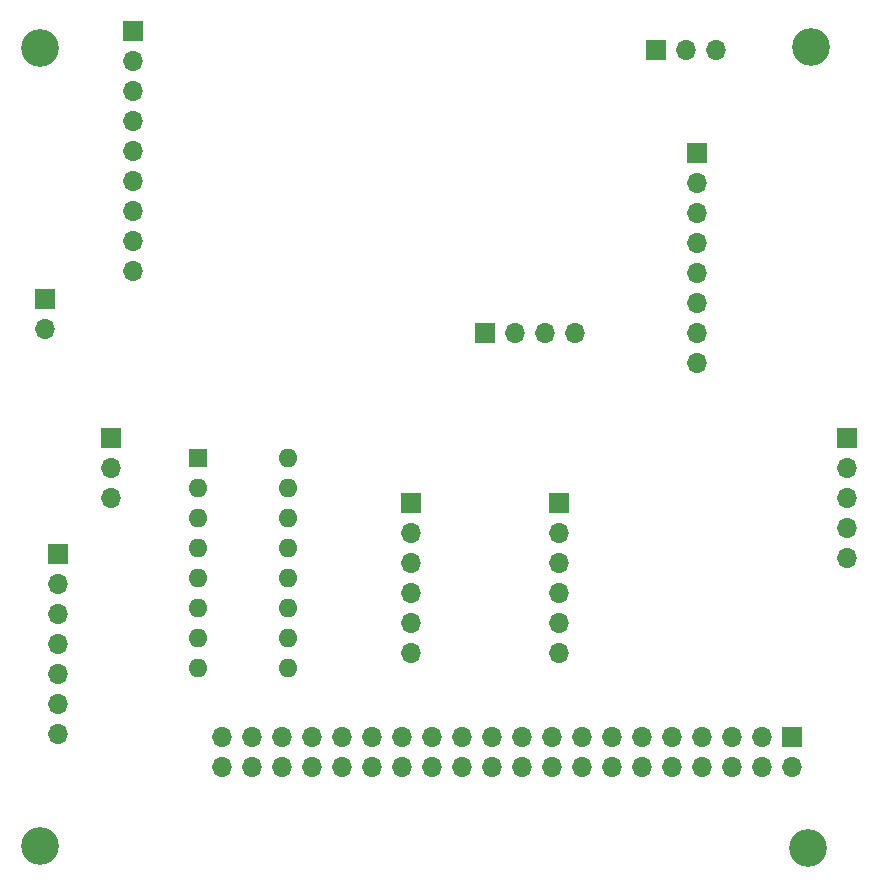
<source format=gbr>
%TF.GenerationSoftware,KiCad,Pcbnew,(6.0.7)*%
%TF.CreationDate,2023-02-22T21:26:54+03:00*%
%TF.ProjectId,Omarichet Sensor Shield 1.3,4f6d6172-6963-4686-9574-2053656e736f,rev?*%
%TF.SameCoordinates,Original*%
%TF.FileFunction,Soldermask,Bot*%
%TF.FilePolarity,Negative*%
%FSLAX46Y46*%
G04 Gerber Fmt 4.6, Leading zero omitted, Abs format (unit mm)*
G04 Created by KiCad (PCBNEW (6.0.7)) date 2023-02-22 21:26:54*
%MOMM*%
%LPD*%
G01*
G04 APERTURE LIST*
%ADD10R,1.600000X1.600000*%
%ADD11O,1.600000X1.600000*%
%ADD12C,3.200000*%
%ADD13R,1.700000X1.700000*%
%ADD14O,1.700000X1.700000*%
G04 APERTURE END LIST*
D10*
%TO.C,U1*%
X109356000Y-106441000D03*
D11*
X109356000Y-108981000D03*
X109356000Y-111521000D03*
X109356000Y-114061000D03*
X109356000Y-116601000D03*
X109356000Y-119141000D03*
X109356000Y-121681000D03*
X109356000Y-124221000D03*
X116976000Y-124221000D03*
X116976000Y-121681000D03*
X116976000Y-119141000D03*
X116976000Y-116601000D03*
X116976000Y-114061000D03*
X116976000Y-111521000D03*
X116976000Y-108981000D03*
X116976000Y-106441000D03*
%TD*%
D12*
%TO.C,H2*%
X95950000Y-71660000D03*
%TD*%
D13*
%TO.C,J7*%
X102015000Y-104690000D03*
D14*
X102015000Y-107230000D03*
X102015000Y-109770000D03*
%TD*%
D12*
%TO.C,H1*%
X161210000Y-71570000D03*
%TD*%
D13*
%TO.C,J1*%
X96360000Y-92970000D03*
D14*
X96360000Y-95510000D03*
%TD*%
D13*
%TO.C,J5*%
X133610000Y-95795000D03*
D14*
X136150000Y-95795000D03*
X138690000Y-95795000D03*
X141230000Y-95795000D03*
%TD*%
D12*
%TO.C,H4*%
X160980000Y-139420000D03*
%TD*%
D13*
%TO.C,J4*%
X151625000Y-80565000D03*
D14*
X151625000Y-83105000D03*
X151625000Y-85645000D03*
X151625000Y-88185000D03*
X151625000Y-90725000D03*
X151625000Y-93265000D03*
X151625000Y-95805000D03*
X151625000Y-98345000D03*
%TD*%
D13*
%TO.C,J2*%
X148080000Y-71850000D03*
D14*
X150620000Y-71850000D03*
X153160000Y-71850000D03*
%TD*%
D13*
%TO.C,J10*%
X139925000Y-110205000D03*
D14*
X139925000Y-112745000D03*
X139925000Y-115285000D03*
X139925000Y-117825000D03*
X139925000Y-120365000D03*
X139925000Y-122905000D03*
%TD*%
D13*
%TO.C,J3*%
X164275000Y-104680000D03*
D14*
X164275000Y-107220000D03*
X164275000Y-109760000D03*
X164275000Y-112300000D03*
X164275000Y-114840000D03*
%TD*%
D13*
%TO.C,J8*%
X127340000Y-110210000D03*
D14*
X127340000Y-112750000D03*
X127340000Y-115290000D03*
X127340000Y-117830000D03*
X127340000Y-120370000D03*
X127340000Y-122910000D03*
%TD*%
D12*
%TO.C,H3*%
X95980000Y-139230000D03*
%TD*%
D13*
%TO.C,J6*%
X103855000Y-70230000D03*
D14*
X103855000Y-72770000D03*
X103855000Y-75310000D03*
X103855000Y-77850000D03*
X103855000Y-80390000D03*
X103855000Y-82930000D03*
X103855000Y-85470000D03*
X103855000Y-88010000D03*
X103855000Y-90550000D03*
%TD*%
D13*
%TO.C,J11*%
X97475000Y-114510000D03*
D14*
X97475000Y-117050000D03*
X97475000Y-119590000D03*
X97475000Y-122130000D03*
X97475000Y-124670000D03*
X97475000Y-127210000D03*
X97475000Y-129750000D03*
%TD*%
D13*
%TO.C,J9*%
X159670000Y-129990000D03*
D14*
X159670000Y-132530000D03*
X157130000Y-129990000D03*
X157130000Y-132530000D03*
X154590000Y-129990000D03*
X154590000Y-132530000D03*
X152050000Y-129990000D03*
X152050000Y-132530000D03*
X149510000Y-129990000D03*
X149510000Y-132530000D03*
X146970000Y-129990000D03*
X146970000Y-132530000D03*
X144430000Y-129990000D03*
X144430000Y-132530000D03*
X141890000Y-129990000D03*
X141890000Y-132530000D03*
X139350000Y-129990000D03*
X139350000Y-132530000D03*
X136810000Y-129990000D03*
X136810000Y-132530000D03*
X134270000Y-129990000D03*
X134270000Y-132530000D03*
X131730000Y-129990000D03*
X131730000Y-132530000D03*
X129190000Y-129990000D03*
X129190000Y-132530000D03*
X126650000Y-129990000D03*
X126650000Y-132530000D03*
X124110000Y-129990000D03*
X124110000Y-132530000D03*
X121570000Y-129990000D03*
X121570000Y-132530000D03*
X119030000Y-129990000D03*
X119030000Y-132530000D03*
X116490000Y-129990000D03*
X116490000Y-132530000D03*
X113950000Y-129990000D03*
X113950000Y-132530000D03*
X111410000Y-129990000D03*
X111410000Y-132530000D03*
%TD*%
M02*

</source>
